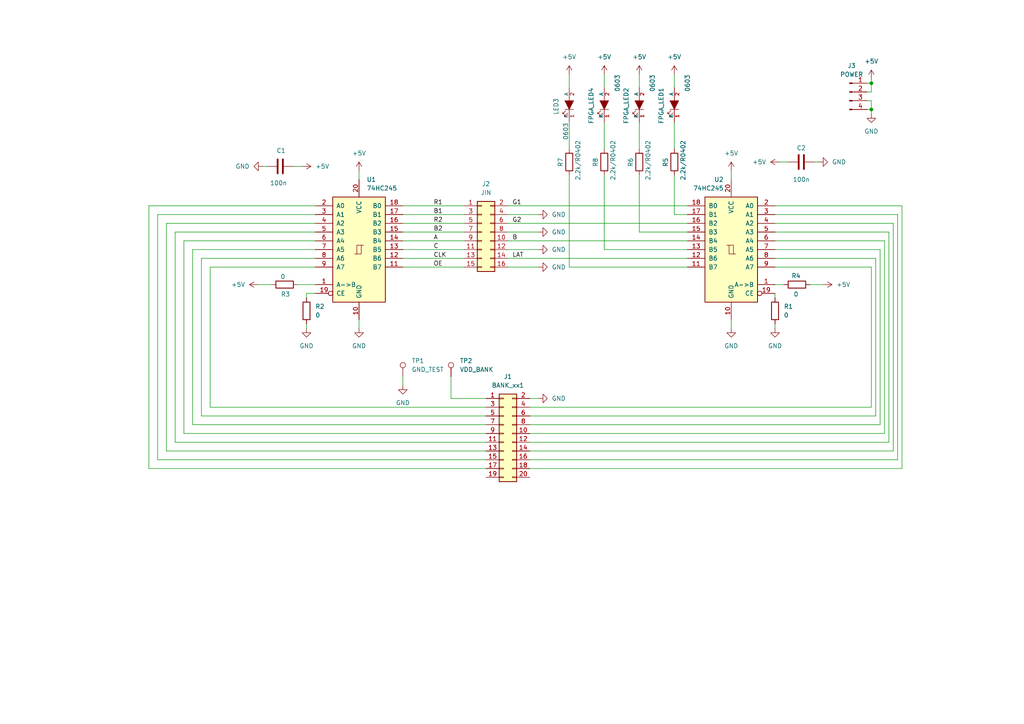
<source format=kicad_sch>
(kicad_sch (version 20231120) (generator "eeschema") (generator_version "8.0")
  (paper "A4")
  (title_block (title "Convert 2.5V signals -> 5V") (date "2025-01-20") (rev "v0.1"))
  (lib_symbols
    (symbol "74xx:74HC245" (pin_names (offset 1.016))
      (property "Reference" "U" (at -7.62 16.51 0))
      (property "Value" "74HC245" (at -7.62 -16.51 0))
      (symbol "74HC245_1_0"
        (polyline (pts (xy -0.635 -1.27) (xy -0.635 1.27) (xy 0.635 1.27)))
        (polyline (pts (xy -1.27 -1.27) (xy 0.635 -1.27) (xy 0.635 1.27) (xy 1.27 1.27)))
        (pin input line (at -12.7 -10.16 0) (length 5.08) (name "A->B") (number "1"))
        (pin power_in line (at 0 -20.32 90) (length 5.08) (name "GND") (number "10"))
        (pin tri_state line (at 12.7 -5.08 180) (length 5.08) (name "B7") (number "11"))
        (pin tri_state line (at 12.7 -2.54 180) (length 5.08) (name "B6") (number "12"))
        (pin tri_state line (at 12.7 0 180) (length 5.08) (name "B5") (number "13"))
        (pin tri_state line (at 12.7 2.54 180) (length 5.08) (name "B4") (number "14"))
        (pin tri_state line (at 12.7 5.08 180) (length 5.08) (name "B3") (number "15"))
        (pin tri_state line (at 12.7 7.62 180) (length 5.08) (name "B2") (number "16"))
        (pin tri_state line (at 12.7 10.16 180) (length 5.08) (name "B1") (number "17"))
        (pin tri_state line (at 12.7 12.7 180) (length 5.08) (name "B0") (number "18"))
        (pin input inverted (at -12.7 -12.7 0) (length 5.08) (name "CE") (number "19"))
        (pin tri_state line (at -12.7 12.7 0) (length 5.08) (name "A0") (number "2"))
        (pin power_in line (at 0 20.32 270) (length 5.08) (name "VCC") (number "20"))
        (pin tri_state line (at -12.7 10.16 0) (length 5.08) (name "A1") (number "3"))
        (pin tri_state line (at -12.7 7.62 0) (length 5.08) (name "A2") (number "4"))
        (pin tri_state line (at -12.7 5.08 0) (length 5.08) (name "A3") (number "5"))
        (pin tri_state line (at -12.7 2.54 0) (length 5.08) (name "A4") (number "6"))
        (pin tri_state line (at -12.7 0 0) (length 5.08) (name "A5") (number "7"))
        (pin tri_state line (at -12.7 -2.54 0) (length 5.08) (name "A6") (number "8"))
        (pin tri_state line (at -12.7 -5.08 0) (length 5.08) (name "A7") (number "9"))
      )
      (symbol "74HC245_1_1"
        (rectangle (start -7.62 15.24) (end 7.62 -15.24) (stroke (width 0.254)) (fill (type background)))
      )
    )
    (symbol "Connector:Conn_01x04_Male" (pin_names (offset 1.016) hide)
      (property "Reference" "J" (at 0 5.08 0))
      (property "Value" "Conn_01x04_Male" (at 0 -7.62 0))
      (symbol "Conn_01x04_Male_1_1"
        (polyline (pts (xy 1.27 -5.08) (xy 0.8636 -5.08)) (stroke (width 0.1524)))
        (polyline (pts (xy 1.27 -2.54) (xy 0.8636 -2.54)) (stroke (width 0.1524)))
        (polyline (pts (xy 1.27 0) (xy 0.8636 0)) (stroke (width 0.1524)))
        (polyline (pts (xy 1.27 2.54) (xy 0.8636 2.54)) (stroke (width 0.1524)))
        (rectangle (start 0.8636 -4.953) (end 0 -5.207) (stroke (width 0.1524)) (fill (type outline)))
        (rectangle (start 0.8636 -2.413) (end 0 -2.667) (stroke (width 0.1524)) (fill (type outline)))
        (rectangle (start 0.8636 0.127) (end 0 -0.127) (stroke (width 0.1524)) (fill (type outline)))
        (rectangle (start 0.8636 2.667) (end 0 2.413) (stroke (width 0.1524)) (fill (type outline)))
        (pin passive line (at 5.08 2.54 180) (length 3.81) (name "Pin_1") (number "1"))
        (pin passive line (at 5.08 0 180) (length 3.81) (name "Pin_2") (number "2"))
        (pin passive line (at 5.08 -2.54 180) (length 3.81) (name "Pin_3") (number "3"))
        (pin passive line (at 5.08 -5.08 180) (length 3.81) (name "Pin_4") (number "4"))
      )
    )
    (symbol "Connector:TestPoint" (pin_numbers hide) (pin_names (offset 0.762) hide)
      (property "Reference" "TP" (at 0 6.858 0))
      (property "Value" "TestPoint" (at 0 5.08 0))
      (symbol "TestPoint_0_1"
        (circle (center 0 3.302) (radius 0.762))
      )
      (symbol "TestPoint_1_1"
        (pin passive line (at 0 0 90) (length 2.54) (name "1") (number "1"))
      )
    )
    (symbol "Connector_Generic:Conn_02x08_Odd_Even" (pin_names (offset 1.016) hide)
      (property "Reference" "J" (at 1.27 10.16 0))
      (property "Value" "Conn_02x08_Odd_Even" (at 1.27 -12.7 0))
      (symbol "Conn_02x08_Odd_Even_1_1"
        (rectangle (start -1.27 -10.033) (end 0 -10.287) (stroke (width 0.1524)))
        (rectangle (start -1.27 -7.493) (end 0 -7.747) (stroke (width 0.1524)))
        (rectangle (start -1.27 -4.953) (end 0 -5.207) (stroke (width 0.1524)))
        (rectangle (start -1.27 -2.413) (end 0 -2.667) (stroke (width 0.1524)))
        (rectangle (start -1.27 0.127) (end 0 -0.127) (stroke (width 0.1524)))
        (rectangle (start -1.27 2.667) (end 0 2.413) (stroke (width 0.1524)))
        (rectangle (start -1.27 5.207) (end 0 4.953) (stroke (width 0.1524)))
        (rectangle (start -1.27 7.747) (end 0 7.493) (stroke (width 0.1524)))
        (rectangle (start -1.27 8.89) (end 3.81 -11.43) (stroke (width 0.254)) (fill (type background)))
        (rectangle (start 3.81 -10.033) (end 2.54 -10.287) (stroke (width 0.1524)))
        (rectangle (start 3.81 -7.493) (end 2.54 -7.747) (stroke (width 0.1524)))
        (rectangle (start 3.81 -4.953) (end 2.54 -5.207) (stroke (width 0.1524)))
        (rectangle (start 3.81 -2.413) (end 2.54 -2.667) (stroke (width 0.1524)))
        (rectangle (start 3.81 0.127) (end 2.54 -0.127) (stroke (width 0.1524)))
        (rectangle (start 3.81 2.667) (end 2.54 2.413) (stroke (width 0.1524)))
        (rectangle (start 3.81 5.207) (end 2.54 4.953) (stroke (width 0.1524)))
        (rectangle (start 3.81 7.747) (end 2.54 7.493) (stroke (width 0.1524)))
        (pin passive line (at -5.08 7.62 0) (length 3.81) (name "Pin_1") (number "1"))
        (pin passive line (at 7.62 -2.54 180) (length 3.81) (name "Pin_10") (number "10"))
        (pin passive line (at -5.08 -5.08 0) (length 3.81) (name "Pin_11") (number "11"))
        (pin passive line (at 7.62 -5.08 180) (length 3.81) (name "Pin_12") (number "12"))
        (pin passive line (at -5.08 -7.62 0) (length 3.81) (name "Pin_13") (number "13"))
        (pin passive line (at 7.62 -7.62 180) (length 3.81) (name "Pin_14") (number "14"))
        (pin passive line (at -5.08 -10.16 0) (length 3.81) (name "Pin_15") (number "15"))
        (pin passive line (at 7.62 -10.16 180) (length 3.81) (name "Pin_16") (number "16"))
        (pin passive line (at 7.62 7.62 180) (length 3.81) (name "Pin_2") (number "2"))
        (pin passive line (at -5.08 5.08 0) (length 3.81) (name "Pin_3") (number "3"))
        (pin passive line (at 7.62 5.08 180) (length 3.81) (name "Pin_4") (number "4"))
        (pin passive line (at -5.08 2.54 0) (length 3.81) (name "Pin_5") (number "5"))
        (pin passive line (at 7.62 2.54 180) (length 3.81) (name "Pin_6") (number "6"))
        (pin passive line (at -5.08 0 0) (length 3.81) (name "Pin_7") (number "7"))
        (pin passive line (at 7.62 0 180) (length 3.81) (name "Pin_8") (number "8"))
        (pin passive line (at -5.08 -2.54 0) (length 3.81) (name "Pin_9") (number "9"))
      )
    )
    (symbol "Connector_Generic:Conn_02x10_Odd_Even" (pin_names (offset 1.016) hide)
      (property "Reference" "J" (at 1.27 12.7 0))
      (property "Value" "Conn_02x10_Odd_Even" (at 1.27 -15.24 0))
      (symbol "Conn_02x10_Odd_Even_1_1"
        (rectangle (start -1.27 -12.573) (end 0 -12.827) (stroke (width 0.1524)))
        (rectangle (start -1.27 -10.033) (end 0 -10.287) (stroke (width 0.1524)))
        (rectangle (start -1.27 -7.493) (end 0 -7.747) (stroke (width 0.1524)))
        (rectangle (start -1.27 -4.953) (end 0 -5.207) (stroke (width 0.1524)))
        (rectangle (start -1.27 -2.413) (end 0 -2.667) (stroke (width 0.1524)))
        (rectangle (start -1.27 0.127) (end 0 -0.127) (stroke (width 0.1524)))
        (rectangle (start -1.27 2.667) (end 0 2.413) (stroke (width 0.1524)))
        (rectangle (start -1.27 5.207) (end 0 4.953) (stroke (width 0.1524)))
        (rectangle (start -1.27 7.747) (end 0 7.493) (stroke (width 0.1524)))
        (rectangle (start -1.27 10.287) (end 0 10.033) (stroke (width 0.1524)))
        (rectangle (start -1.27 11.43) (end 3.81 -13.97) (stroke (width 0.254)) (fill (type background)))
        (rectangle (start 3.81 -12.573) (end 2.54 -12.827) (stroke (width 0.1524)))
        (rectangle (start 3.81 -10.033) (end 2.54 -10.287) (stroke (width 0.1524)))
        (rectangle (start 3.81 -7.493) (end 2.54 -7.747) (stroke (width 0.1524)))
        (rectangle (start 3.81 -4.953) (end 2.54 -5.207) (stroke (width 0.1524)))
        (rectangle (start 3.81 -2.413) (end 2.54 -2.667) (stroke (width 0.1524)))
        (rectangle (start 3.81 0.127) (end 2.54 -0.127) (stroke (width 0.1524)))
        (rectangle (start 3.81 2.667) (end 2.54 2.413) (stroke (width 0.1524)))
        (rectangle (start 3.81 5.207) (end 2.54 4.953) (stroke (width 0.1524)))
        (rectangle (start 3.81 7.747) (end 2.54 7.493) (stroke (width 0.1524)))
        (rectangle (start 3.81 10.287) (end 2.54 10.033) (stroke (width 0.1524)))
        (pin passive line (at -5.08 10.16 0) (length 3.81) (name "Pin_1") (number "1"))
        (pin passive line (at 7.62 0 180) (length 3.81) (name "Pin_10") (number "10"))
        (pin passive line (at -5.08 -2.54 0) (length 3.81) (name "Pin_11") (number "11"))
        (pin passive line (at 7.62 -2.54 180) (length 3.81) (name "Pin_12") (number "12"))
        (pin passive line (at -5.08 -5.08 0) (length 3.81) (name "Pin_13") (number "13"))
        (pin passive line (at 7.62 -5.08 180) (length 3.81) (name "Pin_14") (number "14"))
        (pin passive line (at -5.08 -7.62 0) (length 3.81) (name "Pin_15") (number "15"))
        (pin passive line (at 7.62 -7.62 180) (length 3.81) (name "Pin_16") (number "16"))
        (pin passive line (at -5.08 -10.16 0) (length 3.81) (name "Pin_17") (number "17"))
        (pin passive line (at 7.62 -10.16 180) (length 3.81) (name "Pin_18") (number "18"))
        (pin passive line (at -5.08 -12.7 0) (length 3.81) (name "Pin_19") (number "19"))
        (pin passive line (at 7.62 10.16 180) (length 3.81) (name "Pin_2") (number "2"))
        (pin passive line (at 7.62 -12.7 180) (length 3.81) (name "Pin_20") (number "20"))
        (pin passive line (at -5.08 7.62 0) (length 3.81) (name "Pin_3") (number "3"))
        (pin passive line (at 7.62 7.62 180) (length 3.81) (name "Pin_4") (number "4"))
        (pin passive line (at -5.08 5.08 0) (length 3.81) (name "Pin_5") (number "5"))
        (pin passive line (at 7.62 5.08 180) (length 3.81) (name "Pin_6") (number "6"))
        (pin passive line (at -5.08 2.54 0) (length 3.81) (name "Pin_7") (number "7"))
        (pin passive line (at 7.62 2.54 180) (length 3.81) (name "Pin_8") (number "8"))
        (pin passive line (at -5.08 0 0) (length 3.81) (name "Pin_9") (number "9"))
      )
    )
    (symbol "Device:C" (pin_numbers hide) (pin_names (offset 0.254))
      (property "Reference" "C" (at 0.635 2.54 0))
      (property "Value" "C" (at 0.635 -2.54 0))
      (symbol "C_0_1"
        (polyline (pts (xy -2.032 -0.762) (xy 2.032 -0.762)) (stroke (width 0.508)))
        (polyline (pts (xy -2.032 0.762) (xy 2.032 0.762)) (stroke (width 0.508)))
      )
      (symbol "C_1_1"
        (pin passive line (at 0 3.81 270) (length 2.794) (name "~") (number "1"))
        (pin passive line (at 0 -3.81 90) (length 2.794) (name "~") (number "2"))
      )
    )
    (symbol "Device:R" (pin_numbers hide) (pin_names (offset 0))
      (property "Reference" "R" (at 2.032 0 90))
      (property "Value" "R" (at 0 0 90))
      (symbol "R_0_1"
        (rectangle (start -1.016 -2.54) (end 1.016 2.54) (stroke (width 0.254)))
      )
      (symbol "R_1_1"
        (pin passive line (at 0 3.81 270) (length 1.27) (name "~") (number "1"))
        (pin passive line (at 0 -3.81 90) (length 1.27) (name "~") (number "2"))
      )
    )
    (symbol "OLIMEX_Diodes:LED" (pin_names (offset 0))
      (property "Reference" "LED" (at 0 2.54 0))
      (property "Value" "LED" (at 0 -2.54 0))
      (symbol "LED_0_1"
        (polyline (pts (xy -3.302 1.397) (xy -3.302 0.889)))
        (polyline (pts (xy -2.54 1.905) (xy -2.032 1.905)))
        (polyline (pts (xy -1.27 -1.27) (xy -1.27 1.27)))
        (polyline (pts (xy -2.286 0.381) (xy -3.302 1.397) (xy -2.794 1.397)))
        (polyline (pts (xy -1.651 1.016) (xy -2.54 1.905) (xy -2.54 1.397)))
        (polyline (pts (xy 1.27 -1.27) (xy -1.27 0) (xy 1.27 1.27)) (fill (type outline)))
        (rectangle (start 1.27 1.27) (end 1.27 -1.27))
      )
      (symbol "LED_1_1"
        (pin passive line (at -5.08 0 0) (length 3.81) (name "K") (number "1"))
        (pin passive line (at 5.08 0 180) (length 3.81) (name "A") (number "2"))
      )
    )
    (symbol "OLIMEX_RCL:R" (pin_numbers hide) (pin_names (offset 0))
      (property "Reference" "R" (at 0 2.032 0))
      (property "Value" "R" (at 0 0 0))
      (symbol "R_0_1"
        (rectangle (start 2.54 -1.016) (end -2.54 1.016) (stroke (width 0.254)))
      )
      (symbol "R_1_1"
        (pin passive line (at -3.81 0 0) (length 1.27) (name "~") (number "1"))
        (pin passive line (at 3.81 0 180) (length 1.27) (name "~") (number "2"))
      )
    )
    (symbol "power:+5V" (power) (pin_names (offset 0))
      (property "Value" "+5V" (at 0 3.556 0))
      (symbol "+5V_0_1"
        (polyline (pts (xy -0.762 1.27) (xy 0 2.54)))
        (polyline (pts (xy 0 0) (xy 0 2.54)))
        (polyline (pts (xy 0 2.54) (xy 0.762 1.27)))
      )
      (symbol "+5V_1_1"
        (pin power_in line (at 0 0 90) (length 0) hide (name "+5V") (number "1"))
      )
    )
    (symbol "power:GND" (power) (pin_names (offset 0))
      (property "Value" "GND" (at 0 -3.81 0))
      (symbol "GND_0_1"
        (polyline (pts (xy 0 0) (xy 0 -1.27) (xy 1.27 -1.27) (xy 0 -2.54) (xy -1.27 -1.27) (xy 0 -1.27)))
      )
      (symbol "GND_1_1"
        (pin power_in line (at 0 0 270) (length 0) hide (name "GND") (number "1"))
      )
    )
  )
  (junction (at 252.73 24.13))
  (junction (at 252.73 31.75))
  (wire (pts (xy 185.42 67.31) (xy 185.42 50.8)))
  (wire (pts (xy 147.32 77.47) (xy 156.21 77.47)))
  (wire (pts (xy 116.84 62.23) (xy 134.62 62.23)))
  (wire (pts (xy 175.26 72.39) (xy 199.39 72.39)))
  (wire (pts (xy 212.09 49.53) (xy 212.09 52.07)))
  (wire (pts (xy 255.27 72.39) (xy 224.79 72.39)))
  (wire (pts (xy 116.84 64.77) (xy 134.62 64.77)))
  (wire (pts (xy 153.67 135.89) (xy 261.62 135.89)))
  (wire (pts (xy 252.73 29.21) (xy 252.73 31.75)))
  (wire (pts (xy 175.26 21.59) (xy 175.26 25.4)))
  (wire (pts (xy 116.84 72.39) (xy 134.62 72.39)))
  (wire (pts (xy 153.67 123.19) (xy 255.27 123.19)))
  (wire (pts (xy 147.32 69.85) (xy 199.39 69.85)))
  (wire (pts (xy 251.46 24.13) (xy 252.73 24.13)))
  (wire (pts (xy 58.42 120.65) (xy 58.42 74.93)))
  (wire (pts (xy 224.79 82.55) (xy 227.33 82.55)))
  (wire (pts (xy 228.6 46.99) (xy 226.06 46.99)))
  (wire (pts (xy 53.34 125.73) (xy 140.97 125.73)))
  (wire (pts (xy 140.97 123.19) (xy 55.88 123.19)))
  (wire (pts (xy 195.58 50.8) (xy 195.58 62.23)))
  (wire (pts (xy 76.2 48.26) (xy 77.47 48.26)))
  (wire (pts (xy 147.32 64.77) (xy 199.39 64.77)))
  (wire (pts (xy 212.09 92.71) (xy 212.09 95.25)))
  (wire (pts (xy 224.79 59.69) (xy 261.62 59.69)))
  (wire (pts (xy 252.73 118.11) (xy 252.73 77.47)))
  (wire (pts (xy 147.32 72.39) (xy 156.21 72.39)))
  (wire (pts (xy 140.97 133.35) (xy 45.72 133.35)))
  (wire (pts (xy 140.97 135.89) (xy 43.18 135.89)))
  (wire (pts (xy 50.8 67.31) (xy 91.44 67.31)))
  (wire (pts (xy 165.1 50.8) (xy 165.1 77.47)))
  (wire (pts (xy 48.26 130.81) (xy 140.97 130.81)))
  (wire (pts (xy 185.42 35.56) (xy 185.42 43.18)))
  (wire (pts (xy 185.42 21.59) (xy 185.42 25.4)))
  (wire (pts (xy 252.73 77.47) (xy 224.79 77.47)))
  (wire (pts (xy 104.14 49.53) (xy 104.14 52.07)))
  (wire (pts (xy 254 74.93) (xy 254 120.65)))
  (wire (pts (xy 252.73 24.13) (xy 252.73 22.86)))
  (wire (pts (xy 165.1 21.59) (xy 165.1 25.4)))
  (wire (pts (xy 91.44 69.85) (xy 53.34 69.85)))
  (wire (pts (xy 48.26 64.77) (xy 48.26 130.81)))
  (wire (pts (xy 199.39 67.31) (xy 185.42 67.31)))
  (wire (pts (xy 116.84 59.69) (xy 134.62 59.69)))
  (wire (pts (xy 104.14 92.71) (xy 104.14 95.25)))
  (wire (pts (xy 116.84 69.85) (xy 134.62 69.85)))
  (wire (pts (xy 259.08 64.77) (xy 259.08 130.81)))
  (wire (pts (xy 165.1 77.47) (xy 199.39 77.47)))
  (wire (pts (xy 153.67 128.27) (xy 257.81 128.27)))
  (wire (pts (xy 53.34 69.85) (xy 53.34 125.73)))
  (wire (pts (xy 60.96 118.11) (xy 60.96 77.47)))
  (wire (pts (xy 251.46 26.67) (xy 252.73 26.67)))
  (wire (pts (xy 147.32 74.93) (xy 199.39 74.93)))
  (wire (pts (xy 195.58 21.59) (xy 195.58 25.4)))
  (wire (pts (xy 55.88 123.19) (xy 55.88 72.39)))
  (wire (pts (xy 224.79 69.85) (xy 256.54 69.85)))
  (wire (pts (xy 91.44 85.09) (xy 88.9 85.09)))
  (wire (pts (xy 45.72 133.35) (xy 45.72 62.23)))
  (wire (pts (xy 140.97 118.11) (xy 60.96 118.11)))
  (wire (pts (xy 74.93 82.55) (xy 78.74 82.55)))
  (wire (pts (xy 257.81 128.27) (xy 257.81 67.31)))
  (wire (pts (xy 256.54 69.85) (xy 256.54 125.73)))
  (wire (pts (xy 153.67 133.35) (xy 260.35 133.35)))
  (wire (pts (xy 175.26 50.8) (xy 175.26 72.39)))
  (wire (pts (xy 60.96 77.47) (xy 91.44 77.47)))
  (wire (pts (xy 254 120.65) (xy 153.67 120.65)))
  (wire (pts (xy 260.35 62.23) (xy 224.79 62.23)))
  (wire (pts (xy 224.79 64.77) (xy 259.08 64.77)))
  (wire (pts (xy 251.46 29.21) (xy 252.73 29.21)))
  (wire (pts (xy 130.81 115.57) (xy 140.97 115.57)))
  (wire (pts (xy 116.84 74.93) (xy 134.62 74.93)))
  (wire (pts (xy 251.46 31.75) (xy 252.73 31.75)))
  (wire (pts (xy 116.84 67.31) (xy 134.62 67.31)))
  (wire (pts (xy 55.88 72.39) (xy 91.44 72.39)))
  (wire (pts (xy 130.81 109.22) (xy 130.81 115.57)))
  (wire (pts (xy 165.1 35.56) (xy 165.1 43.18)))
  (wire (pts (xy 153.67 115.57) (xy 156.21 115.57)))
  (wire (pts (xy 261.62 59.69) (xy 261.62 135.89)))
  (wire (pts (xy 91.44 64.77) (xy 48.26 64.77)))
  (wire (pts (xy 45.72 62.23) (xy 91.44 62.23)))
  (wire (pts (xy 86.36 82.55) (xy 91.44 82.55)))
  (wire (pts (xy 85.09 48.26) (xy 87.63 48.26)))
  (wire (pts (xy 259.08 130.81) (xy 153.67 130.81)))
  (wire (pts (xy 252.73 31.75) (xy 252.73 33.02)))
  (wire (pts (xy 195.58 62.23) (xy 199.39 62.23)))
  (wire (pts (xy 116.84 109.22) (xy 116.84 111.76)))
  (wire (pts (xy 257.81 67.31) (xy 224.79 67.31)))
  (wire (pts (xy 43.18 135.89) (xy 43.18 59.69)))
  (wire (pts (xy 256.54 125.73) (xy 153.67 125.73)))
  (wire (pts (xy 224.79 85.09) (xy 224.79 86.36)))
  (wire (pts (xy 58.42 74.93) (xy 91.44 74.93)))
  (wire (pts (xy 224.79 74.93) (xy 254 74.93)))
  (wire (pts (xy 234.95 82.55) (xy 238.76 82.55)))
  (wire (pts (xy 116.84 77.47) (xy 134.62 77.47)))
  (wire (pts (xy 43.18 59.69) (xy 91.44 59.69)))
  (wire (pts (xy 50.8 128.27) (xy 50.8 67.31)))
  (wire (pts (xy 147.32 59.69) (xy 199.39 59.69)))
  (wire (pts (xy 88.9 85.09) (xy 88.9 86.36)))
  (wire (pts (xy 175.26 35.56) (xy 175.26 43.18)))
  (wire (pts (xy 140.97 128.27) (xy 50.8 128.27)))
  (wire (pts (xy 140.97 120.65) (xy 58.42 120.65)))
  (wire (pts (xy 88.9 93.98) (xy 88.9 95.25)))
  (wire (pts (xy 260.35 133.35) (xy 260.35 62.23)))
  (wire (pts (xy 252.73 26.67) (xy 252.73 24.13)))
  (wire (pts (xy 147.32 62.23) (xy 156.21 62.23)))
  (wire (pts (xy 237.49 46.99) (xy 236.22 46.99)))
  (wire (pts (xy 153.67 118.11) (xy 252.73 118.11)))
  (wire (pts (xy 195.58 35.56) (xy 195.58 43.18)))
  (wire (pts (xy 255.27 123.19) (xy 255.27 72.39)))
  (wire (pts (xy 224.79 93.98) (xy 224.79 95.25)))
  (wire (pts (xy 147.32 67.31) (xy 156.21 67.31)))
  (label "A" (at 125.73 69.85 0))
  (label "R1" (at 125.73 59.69 0))
  (label "B" (at 148.59 69.85 0))
  (label "G1" (at 148.59 59.69 0))
  (label "LAT" (at 148.59 74.93 0))
  (label "CLK" (at 125.73 74.93 0))
  (label "G2" (at 148.59 64.77 0))
  (label "R2" (at 125.73 64.77 0))
  (label "B1" (at 125.73 62.23 0))
  (label "C" (at 125.73 72.39 0))
  (label "OE" (at 125.73 77.47 0))
  (label "B2" (at 125.73 67.31 0))
  (symbol (lib_id "OLIMEX_Diodes:LED") (at 185.42 30.48 90) (unit 1)
    (property "Reference" "FPGA_LED2" (at 181.61 25.4 0) (effects (justify right)))
    (property "Value" "0603" (at 189.23 21.59 0) (effects (justify right)))
    (property "Footprint" "LED_SMD:LED_1206_3216Metric" (effects (hide yes)))
    (property "Fieldname 1" "Value 1" (effects (hide yes)))
    (property "Fieldname2" "Value2" (effects (hide yes)))
    (property "Fieldname3" "Value3" (effects (hide yes)))
  )
  (symbol (lib_id "power:+5V") (at 195.58 21.59 0) (mirror y) (unit 1)
    (property "Reference" "#PWR017" (effects (hide yes)))
    (property "Value" "+5V" (at 195.58 16.51 0))
    (property "Description" "Power symbol creates a global label with name \"+5V\"" (effects (hide yes)))
  )
  (symbol (lib_id "power:+5V") (at 87.63 48.26 270) (mirror x) (unit 1)
    (property "Reference" "#PWR011" (effects (hide yes)))
    (property "Value" "+5V" (at 91.44 48.2599 90) (effects (justify left)))
    (property "Description" "Power symbol creates a global label with name \"+5V\"" (effects (hide yes)))
  )
  (symbol (lib_id "power:GND") (at 156.21 62.23 90) (unit 1)
    (property "Reference" "#PWR05" (effects (hide yes)))
    (property "Value" "GND" (at 160.02 62.2299 90) (effects (justify right)))
    (property "Description" "Power symbol creates a global label with name \"GND\" , ground" (effects (hide yes)))
  )
  (symbol (lib_id "power:GND") (at 88.9 95.25 0) (unit 1)
    (property "Reference" "#PWR013" (effects (hide yes)))
    (property "Value" "GND" (at 88.9 100.33 0))
    (property "Description" "Power symbol creates a global label with name \"GND\" , ground" (effects (hide yes)))
  )
  (symbol (lib_id "power:GND") (at 156.21 72.39 90) (unit 1)
    (property "Reference" "#PWR07" (effects (hide yes)))
    (property "Value" "GND" (at 160.02 72.3899 90) (effects (justify right)))
    (property "Description" "Power symbol creates a global label with name \"GND\" , ground" (effects (hide yes)))
  )
  (symbol (lib_id "power:GND") (at 252.73 33.02 0) (unit 1)
    (property "Reference" "#PWR023" (effects (hide yes)))
    (property "Value" "GND" (at 252.73 38.1 0))
    (property "Description" "Power symbol creates a global label with name \"GND\" , ground" (effects (hide yes)))
  )
  (symbol (lib_id "Device:C") (at 81.28 48.26 90) (unit 1)
    (property "Reference" "C1" (at 81.534 43.688 90))
    (property "Value" "100n" (at 80.772 53.086 90))
    (property "Footprint" "Capacitor_SMD:C_0603_1608Metric" (effects (hide yes)))
    (property "Description" "Unpolarized capacitor" (effects (hide yes)))
  )
  (symbol (lib_id "Device:R") (at 231.14 82.55 90) (unit 1)
    (property "Reference" "R4" (at 230.886 80.01 90))
    (property "Value" "0" (at 230.886 85.344 90))
    (property "Footprint" "Resistor_SMD:R_0603_1608Metric" (effects (hide yes)))
    (property "Description" "Resistor" (effects (hide yes)))
  )
  (symbol (lib_id "OLIMEX_Diodes:LED") (at 165.1 30.48 90) (unit 1)
    (property "Reference" "LED3" (at 161.29 28.448 0) (effects (justify right)))
    (property "Value" "0603" (at 164.084 35.56 0) (effects (justify right)))
    (property "Footprint" "LED_SMD:LED_1206_3216Metric" (effects (hide yes)))
    (property "Fieldname 1" "Value 1" (effects (hide yes)))
    (property "Fieldname2" "Value2" (effects (hide yes)))
    (property "Fieldname3" "Value3" (effects (hide yes)))
  )
  (symbol (lib_id "power:+5V") (at 212.09 49.53 0) (mirror y) (unit 1)
    (property "Reference" "#PWR02" (effects (hide yes)))
    (property "Value" "+5V" (at 212.09 44.45 0))
    (property "Description" "Power symbol creates a global label with name \"+5V\"" (effects (hide yes)))
  )
  (symbol (lib_id "Connector_Generic:Conn_02x08_Odd_Even") (at 139.7 67.31 0) (unit 1)
    (property "Reference" "J2" (at 140.97 53.34 0))
    (property "Value" "JIN" (at 140.97 55.88 0))
    (property "Footprint" "Connector_IDC:IDC-Header_2x08_P2.54mm_Vertical" (effects (hide yes)))
    (property "Description" "Generic connector, double row, 02x08, odd/even pin numbering scheme (row 1 odd numbers, row 2 even numbers), script generated (kicad-library-utils/schlib/autogen/connector/)" (effects (hide yes)))
  )
  (symbol (lib_id "power:GND") (at 156.21 77.47 90) (unit 1)
    (property "Reference" "#PWR08" (effects (hide yes)))
    (property "Value" "GND" (at 160.02 77.4699 90) (effects (justify right)))
    (property "Description" "Power symbol creates a global label with name \"GND\" , ground" (effects (hide yes)))
  )
  (symbol (lib_id "Connector:Conn_01x04_Male") (at 246.38 26.67 0) (unit 1)
    (property "Reference" "J3" (at 247.015 19.05 0))
    (property "Value" "POWER" (at 247.015 21.59 0))
    (property "Footprint" "Connector_Molex:Molex_KK-396_A-41791-0004_1x04_P3.96mm_Vertical" (effects (hide yes)))
    (property "Description" "Generic connector, single row, 01x04, script generated (kicad-library-utils/schlib/autogen/connector/)" (effects (hide yes)))
  )
  (symbol (lib_id "power:+5V") (at 252.73 22.86 0) (mirror y) (unit 1)
    (property "Reference" "#PWR024" (effects (hide yes)))
    (property "Value" "+5V" (at 252.73 17.78 0))
    (property "Description" "Power symbol creates a global label with name \"+5V\"" (effects (hide yes)))
  )
  (symbol (lib_id "power:+5V") (at 74.93 82.55 90) (unit 1)
    (property "Reference" "#PWR014" (effects (hide yes)))
    (property "Value" "+5V" (at 71.12 82.5499 90) (effects (justify left)))
    (property "Description" "Power symbol creates a global label with name \"+5V\"" (effects (hide yes)))
  )
  (symbol (lib_id "power:GND") (at 156.21 115.57 90) (unit 1)
    (property "Reference" "#PWR021" (effects (hide yes)))
    (property "Value" "GND" (at 160.02 115.5699 90) (effects (justify right)))
    (property "Description" "Power symbol creates a global label with name \"GND\" , ground" (effects (hide yes)))
  )
  (symbol (lib_id "power:GND") (at 224.79 95.25 0) (mirror y) (unit 1)
    (property "Reference" "#PWR016" (effects (hide yes)))
    (property "Value" "GND" (at 224.79 100.33 0))
    (property "Description" "Power symbol creates a global label with name \"GND\" , ground" (effects (hide yes)))
  )
  (symbol (lib_id "power:+5V") (at 238.76 82.55 270) (mirror x) (unit 1)
    (property "Reference" "#PWR015" (effects (hide yes)))
    (property "Value" "+5V" (at 242.57 82.5499 90) (effects (justify left)))
    (property "Description" "Power symbol creates a global label with name \"+5V\"" (effects (hide yes)))
  )
  (symbol (lib_id "power:GND") (at 156.21 67.31 90) (unit 1)
    (property "Reference" "#PWR06" (effects (hide yes)))
    (property "Value" "GND" (at 160.02 67.3099 90) (effects (justify right)))
    (property "Description" "Power symbol creates a global label with name \"GND\" , ground" (effects (hide yes)))
  )
  (symbol (lib_id "OLIMEX_RCL:R") (at 175.26 46.99 270) (unit 1) (exclude_from_sim yes)
    (property "Reference" "R8" (at 172.72 45.72 0) (effects (justify left)))
    (property "Value" "2.2k/R0402" (at 177.8 40.64 0) (effects (justify left)))
    (property "Footprint" "Resistor_SMD:R_0603_1608Metric" (effects (hide yes)))
    (property "Fieldname 1" "Value 1" (effects (hide yes)))
    (property "Fieldname2" "Value2" (effects (hide yes)))
    (property "Fieldname3" "Value3" (effects (hide yes)))
  )
  (symbol (lib_id "Device:R") (at 88.9 90.17 0) (unit 1)
    (property "Reference" "R2" (at 91.44 88.8999 0) (effects (justify left)))
    (property "Value" "0" (at 91.44 91.4399 0) (effects (justify left)))
    (property "Footprint" "Resistor_SMD:R_0603_1608Metric" (effects (hide yes)))
    (property "Description" "Resistor" (effects (hide yes)))
  )
  (symbol (lib_id "OLIMEX_Diodes:LED") (at 175.26 30.48 90) (unit 1)
    (property "Reference" "FPGA_LED4" (at 171.45 25.4 0) (effects (justify right)))
    (property "Value" "0603" (at 179.07 21.59 0) (effects (justify right)))
    (property "Footprint" "LED_SMD:LED_1206_3216Metric" (effects (hide yes)))
    (property "Fieldname 1" "Value 1" (effects (hide yes)))
    (property "Fieldname2" "Value2" (effects (hide yes)))
    (property "Fieldname3" "Value3" (effects (hide yes)))
  )
  (symbol (lib_id "power:+5V") (at 165.1 21.59 0) (mirror y) (unit 1)
    (property "Reference" "#PWR019" (effects (hide yes)))
    (property "Value" "+5V" (at 165.1 16.51 0))
    (property "Description" "Power symbol creates a global label with name \"+5V\"" (effects (hide yes)))
  )
  (symbol (lib_id "power:GND") (at 116.84 111.76 0) (mirror y) (unit 1)
    (property "Reference" "#PWR022" (effects (hide yes)))
    (property "Value" "GND" (at 116.84 116.84 0))
    (property "Description" "Power symbol creates a global label with name \"GND\" , ground" (effects (hide yes)))
  )
  (symbol (lib_id "Connector:TestPoint") (at 116.84 109.22 0) (unit 1)
    (property "Reference" "TP1" (at 119.38 104.6479 0) (effects (justify left)))
    (property "Value" "GND_TEST" (at 119.38 107.1879 0) (effects (justify left)))
    (property "Footprint" "Connector_Pin:Pin_D1.0mm_L10.0mm" (effects (hide yes)))
    (property "Description" "test point" (effects (hide yes)))
  )
  (symbol (lib_id "OLIMEX_RCL:R") (at 185.42 46.99 270) (unit 1) (exclude_from_sim yes)
    (property "Reference" "R6" (at 182.88 45.72 0) (effects (justify left)))
    (property "Value" "2.2k/R0402" (at 187.96 40.64 0) (effects (justify left)))
    (property "Footprint" "Resistor_SMD:R_0603_1608Metric" (effects (hide yes)))
    (property "Fieldname 1" "Value 1" (effects (hide yes)))
    (property "Fieldname2" "Value2" (effects (hide yes)))
    (property "Fieldname3" "Value3" (effects (hide yes)))
  )
  (symbol (lib_id "power:+5V") (at 226.06 46.99 90) (mirror x) (unit 1)
    (property "Reference" "#PWR09" (effects (hide yes)))
    (property "Value" "+5V" (at 222.25 46.9901 90) (effects (justify left)))
    (property "Description" "Power symbol creates a global label with name \"+5V\"" (effects (hide yes)))
  )
  (symbol (lib_id "Device:C") (at 232.41 46.99 270) (unit 1)
    (property "Reference" "C2" (at 232.41 42.926 90))
    (property "Value" "100n" (at 232.41 52.07 90))
    (property "Footprint" "Capacitor_SMD:C_0603_1608Metric" (effects (hide yes)))
    (property "Description" "Unpolarized capacitor" (effects (hide yes)))
  )
  (symbol (lib_id "74xx:74HC245") (at 104.14 72.39 0) (unit 1)
    (property "Reference" "U1" (at 106.3341 52.07 0) (effects (justify left)))
    (property "Value" "74HC245" (at 106.3341 54.61 0) (effects (justify left)))
    (property "Footprint" "Package_SO:TSSOP-20_4.4x6.5mm_P0.65mm" (effects (hide yes)))
    (property "Datasheet" "http://www.ti.com/lit/gpn/sn74HC245" (effects (hide yes)))
    (property "Description" "Octal BUS Transceivers, 3-State outputs" (effects (hide yes)))
  )
  (symbol (lib_id "OLIMEX_Diodes:LED") (at 195.58 30.48 90) (unit 1)
    (property "Reference" "FPGA_LED1" (at 191.77 25.4 0) (effects (justify right)))
    (property "Value" "0603" (at 199.39 21.59 0) (effects (justify right)))
    (property "Footprint" "LED_SMD:LED_1206_3216Metric" (effects (hide yes)))
    (property "Fieldname 1" "Value 1" (effects (hide yes)))
    (property "Fieldname2" "Value2" (effects (hide yes)))
    (property "Fieldname3" "Value3" (effects (hide yes)))
  )
  (symbol (lib_id "Connector_Generic:Conn_02x10_Odd_Even") (at 146.05 125.73 0) (unit 1)
    (property "Reference" "J1" (at 147.32 109.22 0))
    (property "Value" "BANK_xx1" (at 147.32 111.76 0))
    (property "Footprint" "Connector_PinHeader_2.54mm:PinHeader_2x10_P2.54mm_Vertical" (effects (hide yes)))
    (property "Description" "Generic connector, double row, 02x10, odd/even pin numbering scheme (row 1 odd numbers, row 2 even numbers), script generated (kicad-library-utils/schlib/autogen/connector/)" (effects (hide yes)))
  )
  (symbol (lib_id "power:+5V") (at 175.26 21.59 0) (mirror y) (unit 1)
    (property "Reference" "#PWR020" (effects (hide yes)))
    (property "Value" "+5V" (at 175.26 16.51 0))
    (property "Description" "Power symbol creates a global label with name \"+5V\"" (effects (hide yes)))
  )
  (symbol (lib_id "power:+5V") (at 104.14 49.53 0) (unit 1)
    (property "Reference" "#PWR01" (effects (hide yes)))
    (property "Value" "+5V" (at 104.14 44.45 0))
    (property "Description" "Power symbol creates a global label with name \"+5V\"" (effects (hide yes)))
  )
  (symbol (lib_id "power:GND") (at 212.09 95.25 0) (mirror y) (unit 1)
    (property "Reference" "#PWR04" (effects (hide yes)))
    (property "Value" "GND" (at 212.09 100.33 0))
    (property "Description" "Power symbol creates a global label with name \"GND\" , ground" (effects (hide yes)))
  )
  (symbol (lib_id "power:GND") (at 104.14 95.25 0) (unit 1)
    (property "Reference" "#PWR03" (effects (hide yes)))
    (property "Value" "GND" (at 104.14 100.33 0))
    (property "Description" "Power symbol creates a global label with name \"GND\" , ground" (effects (hide yes)))
  )
  (symbol (lib_id "Connector:TestPoint") (at 130.81 109.22 0) (unit 1)
    (property "Reference" "TP2" (at 133.35 104.6479 0) (effects (justify left)))
    (property "Value" "VDD_BANK" (at 133.35 107.1879 0) (effects (justify left)))
    (property "Footprint" "Connector_Pin:Pin_D1.0mm_L10.0mm" (effects (hide yes)))
    (property "Description" "test point" (effects (hide yes)))
  )
  (symbol (lib_id "Device:R") (at 82.55 82.55 90) (unit 1)
    (property "Reference" "R3" (at 82.804 85.344 90))
    (property "Value" "0" (at 82.042 80.264 90))
    (property "Footprint" "Resistor_SMD:R_0603_1608Metric" (effects (hide yes)))
    (property "Description" "Resistor" (effects (hide yes)))
  )
  (symbol (lib_id "power:+5V") (at 185.42 21.59 0) (mirror y) (unit 1)
    (property "Reference" "#PWR018" (effects (hide yes)))
    (property "Value" "+5V" (at 185.42 16.51 0))
    (property "Description" "Power symbol creates a global label with name \"+5V\"" (effects (hide yes)))
  )
  (symbol (lib_id "power:GND") (at 237.49 46.99 90) (unit 1)
    (property "Reference" "#PWR010" (effects (hide yes)))
    (property "Value" "GND" (at 241.3 46.9901 90) (effects (justify right)))
    (property "Description" "Power symbol creates a global label with name \"GND\" , ground" (effects (hide yes)))
  )
  (symbol (lib_id "OLIMEX_RCL:R") (at 195.58 46.99 270) (unit 1) (exclude_from_sim yes)
    (property "Reference" "R5" (at 193.04 45.72 0) (effects (justify left)))
    (property "Value" "2.2k/R0402" (at 198.12 40.64 0) (effects (justify left)))
    (property "Footprint" "Resistor_SMD:R_0603_1608Metric" (effects (hide yes)))
    (property "Fieldname 1" "Value 1" (effects (hide yes)))
    (property "Fieldname2" "Value2" (effects (hide yes)))
    (property "Fieldname3" "Value3" (effects (hide yes)))
  )
  (symbol (lib_id "OLIMEX_RCL:R") (at 165.1 46.99 270) (unit 1) (exclude_from_sim yes)
    (property "Reference" "R7" (at 162.56 45.72 0) (effects (justify left)))
    (property "Value" "2.2k/R0402" (at 167.64 40.64 0) (effects (justify left)))
    (property "Footprint" "Resistor_SMD:R_0603_1608Metric" (effects (hide yes)))
    (property "Fieldname 1" "Value 1" (effects (hide yes)))
    (property "Fieldname2" "Value2" (effects (hide yes)))
    (property "Fieldname3" "Value3" (effects (hide yes)))
  )
  (symbol (lib_id "Device:R") (at 224.79 90.17 0) (unit 1)
    (property "Reference" "R1" (at 227.33 88.8999 0) (effects (justify left)))
    (property "Value" "0" (at 227.33 91.4399 0) (effects (justify left)))
    (property "Footprint" "Resistor_SMD:R_0603_1608Metric" (effects (hide yes)))
    (property "Description" "Resistor" (effects (hide yes)))
  )
  (symbol (lib_id "power:GND") (at 76.2 48.26 270) (unit 1)
    (property "Reference" "#PWR012" (effects (hide yes)))
    (property "Value" "GND" (at 72.39 48.2599 90) (effects (justify right)))
    (property "Description" "Power symbol creates a global label with name \"GND\" , ground" (effects (hide yes)))
  )
  (symbol (lib_id "74xx:74HC245") (at 212.09 72.39 0) (mirror y) (unit 1)
    (property "Reference" "U2" (at 209.8959 52.07 0) (effects (justify left)))
    (property "Value" "74HC245" (at 209.8959 54.61 0) (effects (justify left)))
    (property "Footprint" "Package_SO:TSSOP-20_4.4x6.5mm_P0.65mm" (effects (hide yes)))
    (property "Datasheet" "http://www.ti.com/lit/gpn/sn74HC245" (effects (hide yes)))
    (property "Description" "Octal BUS Transceivers, 3-State outputs" (effects (hide yes)))
  )
)
</source>
